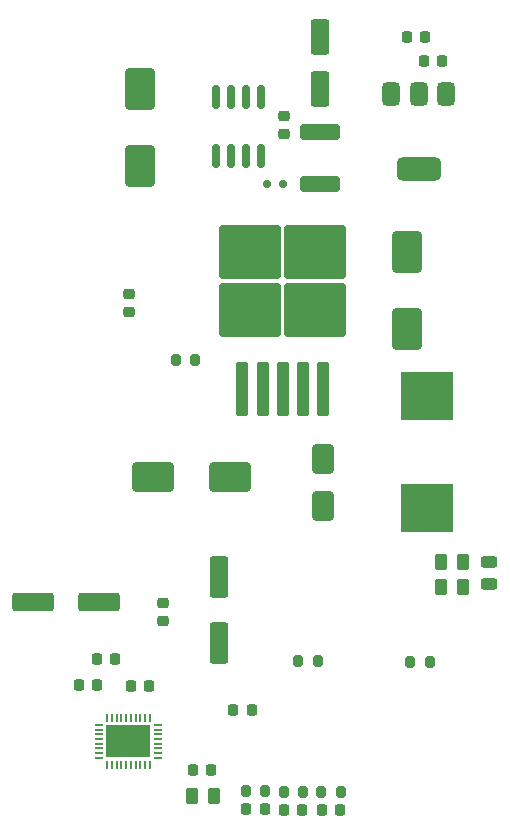
<source format=gbr>
%TF.GenerationSoftware,KiCad,Pcbnew,9.0.0*%
%TF.CreationDate,2025-03-07T07:16:51+07:00*%
%TF.ProjectId,Driver-DRV8317,44726976-6572-42d4-9452-56383331372e,rev?*%
%TF.SameCoordinates,Original*%
%TF.FileFunction,Paste,Top*%
%TF.FilePolarity,Positive*%
%FSLAX46Y46*%
G04 Gerber Fmt 4.6, Leading zero omitted, Abs format (unit mm)*
G04 Created by KiCad (PCBNEW 9.0.0) date 2025-03-07 07:16:51*
%MOMM*%
%LPD*%
G01*
G04 APERTURE LIST*
G04 Aperture macros list*
%AMRoundRect*
0 Rectangle with rounded corners*
0 $1 Rounding radius*
0 $2 $3 $4 $5 $6 $7 $8 $9 X,Y pos of 4 corners*
0 Add a 4 corners polygon primitive as box body*
4,1,4,$2,$3,$4,$5,$6,$7,$8,$9,$2,$3,0*
0 Add four circle primitives for the rounded corners*
1,1,$1+$1,$2,$3*
1,1,$1+$1,$4,$5*
1,1,$1+$1,$6,$7*
1,1,$1+$1,$8,$9*
0 Add four rect primitives between the rounded corners*
20,1,$1+$1,$2,$3,$4,$5,0*
20,1,$1+$1,$4,$5,$6,$7,0*
20,1,$1+$1,$6,$7,$8,$9,0*
20,1,$1+$1,$8,$9,$2,$3,0*%
G04 Aperture macros list end*
%ADD10RoundRect,0.200000X-0.200000X-0.275000X0.200000X-0.275000X0.200000X0.275000X-0.200000X0.275000X0*%
%ADD11RoundRect,0.225000X-0.225000X-0.250000X0.225000X-0.250000X0.225000X0.250000X-0.225000X0.250000X0*%
%ADD12RoundRect,0.225000X0.225000X0.250000X-0.225000X0.250000X-0.225000X-0.250000X0.225000X-0.250000X0*%
%ADD13RoundRect,0.250000X1.500000X1.000000X-1.500000X1.000000X-1.500000X-1.000000X1.500000X-1.000000X0*%
%ADD14RoundRect,0.225000X-0.250000X0.225000X-0.250000X-0.225000X0.250000X-0.225000X0.250000X0.225000X0*%
%ADD15RoundRect,0.250000X0.550000X-1.500000X0.550000X1.500000X-0.550000X1.500000X-0.550000X-1.500000X0*%
%ADD16RoundRect,0.250000X1.000000X-1.500000X1.000000X1.500000X-1.000000X1.500000X-1.000000X-1.500000X0*%
%ADD17RoundRect,0.150000X-0.150000X-0.200000X0.150000X-0.200000X0.150000X0.200000X-0.150000X0.200000X0*%
%ADD18RoundRect,0.225000X0.250000X-0.225000X0.250000X0.225000X-0.250000X0.225000X-0.250000X-0.225000X0*%
%ADD19RoundRect,0.250000X-0.262500X-0.450000X0.262500X-0.450000X0.262500X0.450000X-0.262500X0.450000X0*%
%ADD20RoundRect,0.250000X-1.500000X-0.550000X1.500000X-0.550000X1.500000X0.550000X-1.500000X0.550000X0*%
%ADD21RoundRect,0.250000X1.450000X-0.400000X1.450000X0.400000X-1.450000X0.400000X-1.450000X-0.400000X0*%
%ADD22RoundRect,0.243750X0.456250X-0.243750X0.456250X0.243750X-0.456250X0.243750X-0.456250X-0.243750X0*%
%ADD23RoundRect,0.375000X-0.375000X0.625000X-0.375000X-0.625000X0.375000X-0.625000X0.375000X0.625000X0*%
%ADD24RoundRect,0.500000X-1.400000X0.500000X-1.400000X-0.500000X1.400000X-0.500000X1.400000X0.500000X0*%
%ADD25RoundRect,0.250000X0.262500X0.450000X-0.262500X0.450000X-0.262500X-0.450000X0.262500X-0.450000X0*%
%ADD26R,0.200000X0.800000*%
%ADD27R,0.800000X0.200000*%
%ADD28R,3.800000X2.800000*%
%ADD29RoundRect,0.150000X-0.150000X0.825000X-0.150000X-0.825000X0.150000X-0.825000X0.150000X0.825000X0*%
%ADD30RoundRect,0.250000X0.300000X-2.050000X0.300000X2.050000X-0.300000X2.050000X-0.300000X-2.050000X0*%
%ADD31RoundRect,0.250000X2.375000X-2.025000X2.375000X2.025000X-2.375000X2.025000X-2.375000X-2.025000X0*%
%ADD32RoundRect,0.250000X0.550000X-1.250000X0.550000X1.250000X-0.550000X1.250000X-0.550000X-1.250000X0*%
%ADD33R,4.400000X4.050000*%
%ADD34RoundRect,0.200000X0.200000X0.275000X-0.200000X0.275000X-0.200000X-0.275000X0.200000X-0.275000X0*%
%ADD35RoundRect,0.250000X0.650000X-1.000000X0.650000X1.000000X-0.650000X1.000000X-0.650000X-1.000000X0*%
G04 APERTURE END LIST*
D10*
%TO.C,R4*%
X149435000Y-123000000D03*
X151085000Y-123000000D03*
%TD*%
D11*
%TO.C,C23*%
X141985000Y-116100000D03*
X143535000Y-116100000D03*
%TD*%
D12*
%TO.C,C39*%
X158250000Y-59150000D03*
X156700000Y-59150000D03*
%TD*%
D13*
%TO.C,C1*%
X141710000Y-96350000D03*
X135210000Y-96350000D03*
%TD*%
D14*
%TO.C,C28*%
X146310000Y-65775000D03*
X146310000Y-67325000D03*
%TD*%
D11*
%TO.C,C34*%
X146260000Y-124550000D03*
X147810000Y-124550000D03*
%TD*%
D10*
%TO.C,R6*%
X143035000Y-122950000D03*
X144685000Y-122950000D03*
%TD*%
D15*
%TO.C,C11*%
X140810000Y-110400000D03*
X140810000Y-104800000D03*
%TD*%
D11*
%TO.C,C32*%
X138535000Y-121150000D03*
X140085000Y-121150000D03*
%TD*%
D10*
%TO.C,R44*%
X156985000Y-112025000D03*
X158635000Y-112025000D03*
%TD*%
D16*
%TO.C,C4*%
X134100000Y-70050000D03*
X134100000Y-63550000D03*
%TD*%
D17*
%TO.C,D3*%
X146210000Y-71550000D03*
X144810000Y-71550000D03*
%TD*%
D18*
%TO.C,C26*%
X136060000Y-108550000D03*
X136060000Y-107000000D03*
%TD*%
D19*
%TO.C,R35*%
X159597500Y-103600000D03*
X161422500Y-103600000D03*
%TD*%
D11*
%TO.C,C20*%
X130410000Y-111750000D03*
X131960000Y-111750000D03*
%TD*%
D16*
%TO.C,C2*%
X156710000Y-83800000D03*
X156710000Y-77300000D03*
%TD*%
D20*
%TO.C,C12*%
X125010000Y-106950000D03*
X130610000Y-106950000D03*
%TD*%
D10*
%TO.C,R43*%
X147485000Y-111950000D03*
X149135000Y-111950000D03*
%TD*%
D21*
%TO.C,L2*%
X149310000Y-71575000D03*
X149310000Y-67125000D03*
%TD*%
D12*
%TO.C,C31*%
X134860000Y-114050000D03*
X133310000Y-114050000D03*
%TD*%
D10*
%TO.C,R5*%
X146235000Y-123000000D03*
X147885000Y-123000000D03*
%TD*%
D22*
%TO.C,D5*%
X163660000Y-105450000D03*
X163660000Y-103575000D03*
%TD*%
D12*
%TO.C,C38*%
X159650000Y-61150000D03*
X158100000Y-61150000D03*
%TD*%
D23*
%TO.C,U3*%
X159975000Y-63950000D03*
X157675000Y-63950000D03*
D24*
X157675000Y-70250000D03*
D23*
X155375000Y-63950000D03*
%TD*%
D25*
%TO.C,R34*%
X161435000Y-105700000D03*
X159610000Y-105700000D03*
%TD*%
%TO.C,R42*%
X140322500Y-123400000D03*
X138497500Y-123400000D03*
%TD*%
D26*
%TO.C,IC3*%
X134910000Y-116750000D03*
X134510000Y-116750000D03*
X134110000Y-116750000D03*
X133710000Y-116750000D03*
X133310000Y-116750000D03*
X132910000Y-116750000D03*
X132510000Y-116750000D03*
X132110000Y-116750000D03*
X131710000Y-116750000D03*
X131310000Y-116750000D03*
D27*
X130610000Y-117350000D03*
X130610000Y-117750000D03*
X130610000Y-118150000D03*
X130610000Y-118550000D03*
X130610000Y-118950000D03*
X130610000Y-119350000D03*
X130610000Y-119750000D03*
X130610000Y-120150000D03*
D26*
X131310000Y-120750000D03*
X131710000Y-120750000D03*
X132110000Y-120750000D03*
X132510000Y-120750000D03*
X132910000Y-120750000D03*
X133310000Y-120750000D03*
X133710000Y-120750000D03*
X134110000Y-120750000D03*
X134510000Y-120750000D03*
X134910000Y-120750000D03*
D27*
X135610000Y-120150000D03*
X135610000Y-119750000D03*
X135610000Y-119350000D03*
X135610000Y-118950000D03*
X135610000Y-118550000D03*
X135610000Y-118150000D03*
X135610000Y-117750000D03*
X135610000Y-117350000D03*
D28*
X133110000Y-118750000D03*
%TD*%
D29*
%TO.C,U2*%
X144310000Y-64200000D03*
X143040000Y-64200000D03*
X141770000Y-64200000D03*
X140500000Y-64200000D03*
X140500000Y-69150000D03*
X141770000Y-69150000D03*
X143040000Y-69150000D03*
X144310000Y-69150000D03*
%TD*%
D30*
%TO.C,U1*%
X142760000Y-88930000D03*
X144460000Y-88930000D03*
X146160000Y-88930000D03*
D31*
X143385000Y-82205000D03*
X148935000Y-82205000D03*
X143385000Y-77355000D03*
X148935000Y-77355000D03*
D30*
X147860000Y-88930000D03*
X149560000Y-88930000D03*
%TD*%
D11*
%TO.C,C33*%
X149485000Y-124600000D03*
X151035000Y-124600000D03*
%TD*%
D32*
%TO.C,C5*%
X149310000Y-63550000D03*
X149310000Y-59150000D03*
%TD*%
D11*
%TO.C,C35*%
X143085000Y-124500000D03*
X144635000Y-124500000D03*
%TD*%
D18*
%TO.C,C3*%
X133160000Y-82405000D03*
X133160000Y-80855000D03*
%TD*%
D33*
%TO.C,L1*%
X158410000Y-98955000D03*
X158410000Y-89505000D03*
%TD*%
D12*
%TO.C,C22*%
X130485000Y-113950000D03*
X128935000Y-113950000D03*
%TD*%
D34*
%TO.C,R3*%
X138760000Y-86450000D03*
X137110000Y-86450000D03*
%TD*%
D35*
%TO.C,D1*%
X149560000Y-98830000D03*
X149560000Y-94830000D03*
%TD*%
M02*

</source>
